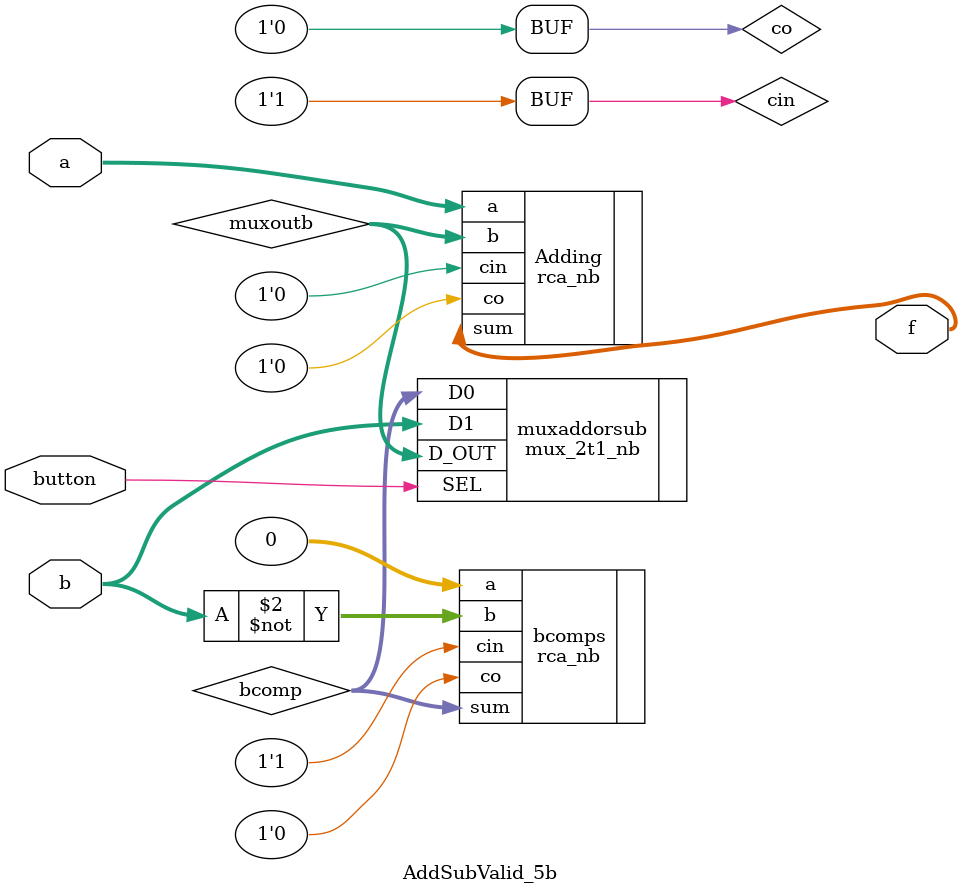
<source format=v>
`include "../Modules/mux_2t1_nb.v"
`include "../Modules/rca_nb.v"


`timescale 1ns / 1ps


module AddSubValid_5b (a,b,button,f);
    
    

    input [4:0] a, b;
    input button;
    output [4:0]f;
    
    
    wire [4:0] muxoutb, bcomp;
    
    wire co = 1'b0;
    wire cin = 1'b1;
    
    
    rca_nb #(.n(5)) bcomps(
         .a(0),
         .b(~b),
         .cin(cin),
         .sum(bcomp),
         .co(co)
         
         );
    
    mux_2t1_nb #(.n(5)) muxaddorsub(//this determines if we are adding or subtracting a and b
    
        .SEL(button),
        .D0(bcomp),
        .D1(b),
        .D_OUT(muxoutb)
    
    );

    rca_nb #(.n(5))Adding(
          .a(a),
          .b(muxoutb),
          .cin(co),
          .sum(f),
          .co(co)
           
           );// adding b to a straight
    
    
endmodule

</source>
